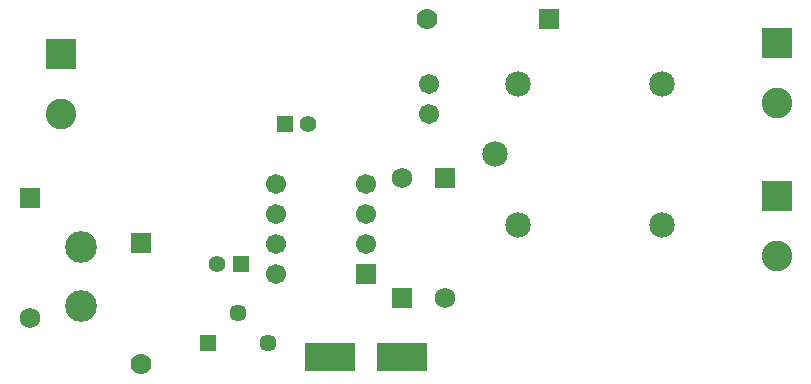
<source format=gts>
G04*
G04 #@! TF.GenerationSoftware,Altium Limited,Altium Designer,22.9.1 (49)*
G04*
G04 Layer_Color=8388736*
%FSLAX23Y23*%
%MOIN*%
G70*
G04*
G04 #@! TF.SameCoordinates,1D9096F5-09AE-4004-8E61-CDF66F45815B*
G04*
G04*
G04 #@! TF.FilePolarity,Negative*
G04*
G01*
G75*
%ADD11R,0.165X0.093*%
%ADD12C,0.070*%
%ADD13R,0.070X0.070*%
%ADD14R,0.070X0.070*%
%ADD15C,0.102*%
%ADD16R,0.102X0.102*%
%ADD17C,0.067*%
%ADD18R,0.068X0.068*%
%ADD19C,0.068*%
%ADD20C,0.106*%
%ADD21C,0.056*%
%ADD22R,0.056X0.056*%
%ADD23C,0.057*%
%ADD24R,0.057X0.057*%
%ADD25R,0.067X0.067*%
%ADD26C,0.085*%
D11*
X1157Y215D02*
D03*
X1395D02*
D03*
D12*
X1481Y1340D02*
D03*
X525Y190D02*
D03*
D13*
X1885Y1340D02*
D03*
D14*
X525Y594D02*
D03*
D15*
X2645Y1062D02*
D03*
X260Y1025D02*
D03*
X2645Y550D02*
D03*
D16*
Y1262D02*
D03*
X260Y1225D02*
D03*
X2645Y750D02*
D03*
D17*
X1485Y1025D02*
D03*
Y1125D02*
D03*
X975Y790D02*
D03*
Y690D02*
D03*
Y590D02*
D03*
Y490D02*
D03*
X1275Y790D02*
D03*
Y690D02*
D03*
Y590D02*
D03*
D18*
X1540Y810D02*
D03*
X155Y745D02*
D03*
X1395Y410D02*
D03*
D19*
X1540D02*
D03*
X155Y345D02*
D03*
X1395Y810D02*
D03*
D20*
X325Y580D02*
D03*
Y383D02*
D03*
D21*
X1084Y990D02*
D03*
X781Y525D02*
D03*
D22*
X1006Y990D02*
D03*
X859Y525D02*
D03*
D23*
X950Y261D02*
D03*
X850Y361D02*
D03*
D24*
X750Y261D02*
D03*
D25*
X1275Y490D02*
D03*
D26*
X1784Y1126D02*
D03*
X1705Y890D02*
D03*
X1784Y654D02*
D03*
X2264D02*
D03*
Y1126D02*
D03*
M02*

</source>
